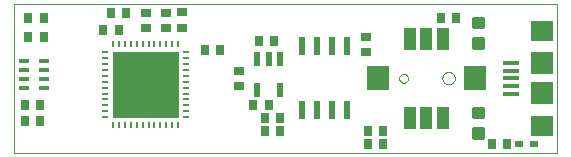
<source format=gtp>
G75*
G70*
%OFA0B0*%
%FSLAX24Y24*%
%IPPOS*%
%LPD*%
%AMOC8*
5,1,8,0,0,1.08239X$1,22.5*
%
%ADD10C,0.0000*%
%ADD11R,0.0276X0.0354*%
%ADD12R,0.0433X0.0728*%
%ADD13R,0.0748X0.0787*%
%ADD14R,0.0551X0.0138*%
%ADD15R,0.0748X0.0709*%
%ADD16R,0.0748X0.0748*%
%ADD17R,0.0236X0.0610*%
%ADD18R,0.0217X0.0472*%
%ADD19R,0.0091X0.0236*%
%ADD20R,0.0236X0.0091*%
%ADD21R,0.2205X0.2205*%
%ADD22C,0.0118*%
%ADD23R,0.0276X0.0197*%
%ADD24R,0.0354X0.0276*%
%ADD25R,0.0354X0.0315*%
%ADD26R,0.0355X0.0180*%
D10*
X004510Y003328D02*
X004510Y008318D01*
X022630Y008318D01*
X022630Y003328D01*
X004510Y003328D01*
X017363Y005828D02*
X017365Y005852D01*
X017371Y005875D01*
X017380Y005897D01*
X017393Y005917D01*
X017408Y005935D01*
X017427Y005950D01*
X017448Y005962D01*
X017470Y005970D01*
X017493Y005975D01*
X017517Y005976D01*
X017541Y005973D01*
X017563Y005966D01*
X017585Y005956D01*
X017605Y005943D01*
X017622Y005926D01*
X017636Y005907D01*
X017647Y005886D01*
X017655Y005863D01*
X017659Y005840D01*
X017659Y005816D01*
X017655Y005793D01*
X017647Y005770D01*
X017636Y005749D01*
X017622Y005730D01*
X017605Y005713D01*
X017585Y005700D01*
X017563Y005690D01*
X017541Y005683D01*
X017517Y005680D01*
X017493Y005681D01*
X017470Y005686D01*
X017448Y005694D01*
X017427Y005706D01*
X017408Y005721D01*
X017393Y005739D01*
X017380Y005759D01*
X017371Y005781D01*
X017365Y005804D01*
X017363Y005828D01*
X018801Y005828D02*
X018803Y005856D01*
X018809Y005884D01*
X018818Y005910D01*
X018831Y005936D01*
X018847Y005959D01*
X018867Y005979D01*
X018889Y005997D01*
X018913Y006012D01*
X018939Y006023D01*
X018966Y006031D01*
X018994Y006035D01*
X019022Y006035D01*
X019050Y006031D01*
X019077Y006023D01*
X019103Y006012D01*
X019127Y005997D01*
X019149Y005979D01*
X019169Y005959D01*
X019185Y005936D01*
X019198Y005910D01*
X019207Y005884D01*
X019213Y005856D01*
X019215Y005828D01*
X019213Y005800D01*
X019207Y005772D01*
X019198Y005746D01*
X019185Y005720D01*
X019169Y005697D01*
X019149Y005677D01*
X019127Y005659D01*
X019103Y005644D01*
X019077Y005633D01*
X019050Y005625D01*
X019022Y005621D01*
X018994Y005621D01*
X018966Y005625D01*
X018939Y005633D01*
X018913Y005644D01*
X018889Y005659D01*
X018867Y005677D01*
X018847Y005697D01*
X018831Y005720D01*
X018818Y005746D01*
X018809Y005772D01*
X018803Y005800D01*
X018801Y005828D01*
D11*
X016828Y004078D03*
X016316Y004078D03*
X016316Y003640D03*
X016828Y003640D03*
X013390Y004078D03*
X012879Y004078D03*
X012879Y004515D03*
X013390Y004515D03*
X013015Y004953D03*
X012504Y004953D03*
X011390Y006765D03*
X010879Y006765D03*
X012691Y007078D03*
X013203Y007078D03*
X008265Y008015D03*
X007754Y008015D03*
X007504Y007453D03*
X008015Y007453D03*
X005515Y007203D03*
X005004Y007203D03*
X005004Y007828D03*
X005515Y007828D03*
X005390Y004953D03*
X004879Y004953D03*
X004879Y004390D03*
X005390Y004390D03*
X018754Y007828D03*
X019265Y007828D03*
X020441Y003640D03*
X020953Y003640D03*
D12*
X018811Y004518D03*
X018260Y004518D03*
X017708Y004518D03*
X017708Y007137D03*
X018260Y007137D03*
X018811Y007137D03*
D13*
X019874Y005828D03*
X016645Y005828D03*
D14*
X021091Y005828D03*
X021091Y006083D03*
X021091Y006339D03*
X021091Y005572D03*
X021091Y005316D03*
D15*
X022135Y004253D03*
X022135Y007402D03*
D16*
X022135Y006328D03*
X022135Y005328D03*
D17*
X015635Y004761D03*
X015135Y004761D03*
X014635Y004761D03*
X014135Y004761D03*
X014135Y006887D03*
X014635Y006887D03*
X015135Y006887D03*
X015635Y006887D03*
D18*
X013384Y006464D03*
X013010Y006464D03*
X012635Y006464D03*
X012635Y005441D03*
X013384Y005441D03*
D19*
X009994Y004255D03*
X009797Y004255D03*
X009600Y004255D03*
X009403Y004255D03*
X009206Y004255D03*
X009010Y004255D03*
X008813Y004255D03*
X008616Y004255D03*
X008419Y004255D03*
X008222Y004255D03*
X008025Y004255D03*
X007828Y004255D03*
X007828Y006972D03*
X008025Y006972D03*
X008222Y006972D03*
X008419Y006972D03*
X008616Y006972D03*
X008813Y006972D03*
X009010Y006972D03*
X009206Y006972D03*
X009403Y006972D03*
X009600Y006972D03*
X009797Y006972D03*
X009994Y006972D03*
D20*
X010269Y006696D03*
X010269Y006499D03*
X010269Y006302D03*
X010269Y006106D03*
X010269Y005909D03*
X010269Y005712D03*
X010269Y005515D03*
X010269Y005318D03*
X010269Y005121D03*
X010269Y004924D03*
X010269Y004728D03*
X010269Y004531D03*
X007553Y004531D03*
X007553Y004728D03*
X007553Y004924D03*
X007553Y005121D03*
X007553Y005318D03*
X007553Y005515D03*
X007553Y005712D03*
X007553Y005909D03*
X007553Y006106D03*
X007553Y006302D03*
X007553Y006499D03*
X007553Y006696D03*
D21*
X008911Y005613D03*
D22*
X019872Y004535D02*
X020148Y004535D01*
X019872Y004535D02*
X019872Y004811D01*
X020148Y004811D01*
X020148Y004535D01*
X020148Y004652D02*
X019872Y004652D01*
X019872Y004769D02*
X020148Y004769D01*
X020148Y003844D02*
X019872Y003844D01*
X019872Y004120D01*
X020148Y004120D01*
X020148Y003844D01*
X020148Y003961D02*
X019872Y003961D01*
X019872Y004078D02*
X020148Y004078D01*
X020148Y007120D02*
X019872Y007120D01*
X020148Y007120D02*
X020148Y006844D01*
X019872Y006844D01*
X019872Y007120D01*
X019872Y006961D02*
X020148Y006961D01*
X020148Y007078D02*
X019872Y007078D01*
X019872Y007811D02*
X020148Y007811D01*
X020148Y007535D01*
X019872Y007535D01*
X019872Y007811D01*
X019872Y007652D02*
X020148Y007652D01*
X020148Y007769D02*
X019872Y007769D01*
D23*
X021359Y003640D03*
X021871Y003640D03*
D24*
X016260Y006697D03*
X016260Y007208D03*
X012010Y006083D03*
X012010Y005572D03*
X010135Y007509D03*
X010135Y008021D03*
D25*
X009584Y008011D03*
X008935Y008011D03*
X008935Y007519D03*
X009584Y007519D03*
D26*
X005530Y006418D03*
X005530Y006108D03*
X005530Y005798D03*
X005530Y005488D03*
X004865Y005488D03*
X004865Y005798D03*
X004865Y006108D03*
X004865Y006418D03*
M02*

</source>
